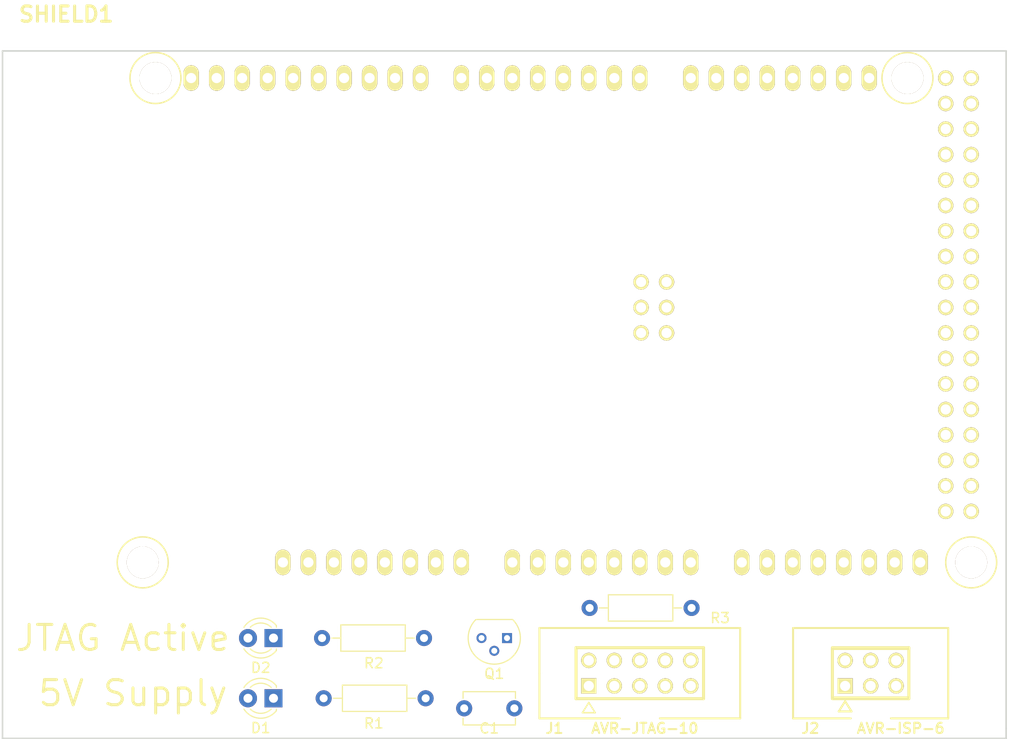
<source format=kicad_pcb>
(kicad_pcb (version 4) (host pcbnew 4.0.6)

  (general
    (links 36)
    (no_connects 36)
    (area 49.924999 46.424999 150.075001 115.075001)
    (thickness 1.6)
    (drawings 7)
    (tracks 0)
    (zones 0)
    (modules 10)
    (nets 15)
  )

  (page A4)
  (layers
    (0 F.Cu signal)
    (31 B.Cu signal)
    (32 B.Adhes user)
    (33 F.Adhes user)
    (34 B.Paste user)
    (35 F.Paste user)
    (36 B.SilkS user)
    (37 F.SilkS user)
    (38 B.Mask user)
    (39 F.Mask user)
    (40 Dwgs.User user)
    (41 Cmts.User user)
    (42 Eco1.User user)
    (43 Eco2.User user)
    (44 Edge.Cuts user)
    (45 Margin user)
    (46 B.CrtYd user)
    (47 F.CrtYd user)
    (48 B.Fab user)
    (49 F.Fab user hide)
  )

  (setup
    (last_trace_width 0.3)
    (trace_clearance 0.2032)
    (zone_clearance 0.508)
    (zone_45_only no)
    (trace_min 0.2)
    (segment_width 0.2)
    (edge_width 0.15)
    (via_size 0.6)
    (via_drill 0.4)
    (via_min_size 0.4)
    (via_min_drill 0.3)
    (uvia_size 0.3)
    (uvia_drill 0.1)
    (uvias_allowed no)
    (uvia_min_size 0.2)
    (uvia_min_drill 0.1)
    (pcb_text_width 0.3)
    (pcb_text_size 1.5 1.5)
    (mod_edge_width 0.15)
    (mod_text_size 1 1)
    (mod_text_width 0.15)
    (pad_size 1.524 1.524)
    (pad_drill 0.762)
    (pad_to_mask_clearance 0.2)
    (aux_axis_origin 0 0)
    (grid_origin 50 100)
    (visible_elements 7FFFFFFF)
    (pcbplotparams
      (layerselection 0x00030_80000001)
      (usegerberextensions false)
      (excludeedgelayer true)
      (linewidth 0.150000)
      (plotframeref false)
      (viasonmask false)
      (mode 1)
      (useauxorigin false)
      (hpglpennumber 1)
      (hpglpenspeed 20)
      (hpglpendiameter 15)
      (hpglpenoverlay 2)
      (psnegative false)
      (psa4output false)
      (plotreference true)
      (plotvalue true)
      (plotinvisibletext false)
      (padsonsilk false)
      (subtractmaskfromsilk false)
      (outputformat 1)
      (mirror false)
      (drillshape 1)
      (scaleselection 1)
      (outputdirectory ""))
  )

  (net 0 "")
  (net 1 GND)
  (net 2 "Net-(Q1-Pad3)")
  (net 3 /TDI)
  (net 4 /TDO)
  (net 5 /TMS)
  (net 6 /TCK)
  (net 7 /RESET)
  (net 8 +5V)
  (net 9 "Net-(D1-Pad1)")
  (net 10 "Net-(D2-Pad1)")
  (net 11 /MISO)
  (net 12 /SCK)
  (net 13 /MOSI)
  (net 14 "Net-(Q1-Pad1)")

  (net_class Default "This is the default net class."
    (clearance 0.2032)
    (trace_width 0.3)
    (via_dia 0.6)
    (via_drill 0.4)
    (uvia_dia 0.3)
    (uvia_drill 0.1)
    (add_net +5V)
    (add_net /MISO)
    (add_net /MOSI)
    (add_net /RESET)
    (add_net /SCK)
    (add_net /TCK)
    (add_net /TDI)
    (add_net /TDO)
    (add_net /TMS)
    (add_net GND)
    (add_net "Net-(D1-Pad1)")
    (add_net "Net-(D2-Pad1)")
    (add_net "Net-(Q1-Pad1)")
    (add_net "Net-(Q1-Pad3)")
  )

  (module TO_SOT_Packages_THT:TO-92_Molded_Narrow (layer F.Cu) (tedit 58610942) (tstamp 5A7C67B1)
    (at 100.27 105 180)
    (descr "TO-92 leads molded, narrow, drill 0.6mm (see NXP sot054_po.pdf)")
    (tags "to-92 sc-43 sc-43a sot54 PA33 transistor")
    (path /5A7C2FF8)
    (fp_text reference Q1 (at 1.27 -3.556 180) (layer F.SilkS)
      (effects (font (size 1 1) (thickness 0.15)))
    )
    (fp_text value BF245A (at 1.27 2.794 180) (layer F.Fab)
      (effects (font (size 1 1) (thickness 0.15)))
    )
    (fp_line (start -1.65 -2.9) (end 4.15 -2.9) (layer F.CrtYd) (width 0.05))
    (fp_line (start 4.15 -2.9) (end 4.15 2.2) (layer F.CrtYd) (width 0.05))
    (fp_line (start 4.15 2.2) (end -1.65 2.2) (layer F.CrtYd) (width 0.05))
    (fp_line (start -1.65 2.2) (end -1.65 -2.9) (layer F.CrtYd) (width 0.05))
    (fp_line (start -0.53 1.85) (end 3.07 1.85) (layer F.SilkS) (width 0.12))
    (fp_line (start -0.5 1.75) (end 3 1.75) (layer F.Fab) (width 0.1))
    (fp_arc (start 1.27 0) (end 1.27 -2.48) (angle 135) (layer F.Fab) (width 0.1))
    (fp_arc (start 1.27 0) (end 1.27 -2.6) (angle -135) (layer F.SilkS) (width 0.12))
    (fp_arc (start 1.27 0) (end 1.27 -2.48) (angle -135) (layer F.Fab) (width 0.1))
    (fp_arc (start 1.27 0) (end 1.27 -2.6) (angle 135) (layer F.SilkS) (width 0.12))
    (pad 2 thru_hole circle (at 1.27 -1.27 270) (size 1 1) (drill 0.6) (layers *.Cu *.Mask)
      (net 1 GND))
    (pad 3 thru_hole circle (at 2.54 0 270) (size 1 1) (drill 0.6) (layers *.Cu *.Mask)
      (net 2 "Net-(Q1-Pad3)"))
    (pad 1 thru_hole rect (at 0 0 270) (size 1 1) (drill 0.6) (layers *.Cu *.Mask)
      (net 14 "Net-(Q1-Pad1)"))
    (model TO_SOT_Packages_THT.3dshapes/TO-92_Molded_Narrow.wrl
      (at (xyz 0.05 0 0))
      (scale (xyz 1 1 1))
      (rotate (xyz 0 0 -90))
    )
  )

  (module LEDs:LED_D3.0mm (layer F.Cu) (tedit 5A7DE895) (tstamp 5A7C9B7D)
    (at 77 111 180)
    (descr "LED, diameter 3.0mm, 2 pins")
    (tags "LED diameter 3.0mm 2 pins")
    (path /5A7C2D45)
    (fp_text reference D1 (at 1.27 -2.96 180) (layer F.SilkS)
      (effects (font (size 1 1) (thickness 0.15)))
    )
    (fp_text value LED (at 1 1.5 180) (layer F.Fab)
      (effects (font (size 1 1) (thickness 0.15)))
    )
    (fp_arc (start 1.27 0) (end -0.23 -1.16619) (angle 284.3) (layer F.Fab) (width 0.1))
    (fp_arc (start 1.27 0) (end -0.29 -1.235516) (angle 108.8) (layer F.SilkS) (width 0.12))
    (fp_arc (start 1.27 0) (end -0.29 1.235516) (angle -108.8) (layer F.SilkS) (width 0.12))
    (fp_arc (start 1.27 0) (end 0.229039 -1.08) (angle 87.9) (layer F.SilkS) (width 0.12))
    (fp_arc (start 1.27 0) (end 0.229039 1.08) (angle -87.9) (layer F.SilkS) (width 0.12))
    (fp_circle (center 1.27 0) (end 2.77 0) (layer F.Fab) (width 0.1))
    (fp_line (start -0.23 -1.16619) (end -0.23 1.16619) (layer F.Fab) (width 0.1))
    (fp_line (start -0.29 -1.236) (end -0.29 -1.08) (layer F.SilkS) (width 0.12))
    (fp_line (start -0.29 1.08) (end -0.29 1.236) (layer F.SilkS) (width 0.12))
    (fp_line (start -1.15 -2.25) (end -1.15 2.25) (layer F.CrtYd) (width 0.05))
    (fp_line (start -1.15 2.25) (end 3.7 2.25) (layer F.CrtYd) (width 0.05))
    (fp_line (start 3.7 2.25) (end 3.7 -2.25) (layer F.CrtYd) (width 0.05))
    (fp_line (start 3.7 -2.25) (end -1.15 -2.25) (layer F.CrtYd) (width 0.05))
    (pad 1 thru_hole rect (at 0 0 180) (size 1.8 1.8) (drill 0.9) (layers *.Cu *.Mask)
      (net 9 "Net-(D1-Pad1)"))
    (pad 2 thru_hole circle (at 2.54 0 180) (size 1.8 1.8) (drill 0.9) (layers *.Cu *.Mask)
      (net 8 +5V))
    (model LEDs.3dshapes/LED_D3.0mm.wrl
      (at (xyz 0 0 0))
      (scale (xyz 0.393701 0.393701 0.393701))
      (rotate (xyz 0 0 0))
    )
  )

  (module LEDs:LED_D3.0mm (layer F.Cu) (tedit 5A7DE898) (tstamp 5A7C9B83)
    (at 77 105 180)
    (descr "LED, diameter 3.0mm, 2 pins")
    (tags "LED diameter 3.0mm 2 pins")
    (path /5A7C31C1)
    (fp_text reference D2 (at 1.27 -2.96 180) (layer F.SilkS)
      (effects (font (size 1 1) (thickness 0.15)))
    )
    (fp_text value LED (at 1 1.5 180) (layer F.Fab)
      (effects (font (size 1 1) (thickness 0.15)))
    )
    (fp_arc (start 1.27 0) (end -0.23 -1.16619) (angle 284.3) (layer F.Fab) (width 0.1))
    (fp_arc (start 1.27 0) (end -0.29 -1.235516) (angle 108.8) (layer F.SilkS) (width 0.12))
    (fp_arc (start 1.27 0) (end -0.29 1.235516) (angle -108.8) (layer F.SilkS) (width 0.12))
    (fp_arc (start 1.27 0) (end 0.229039 -1.08) (angle 87.9) (layer F.SilkS) (width 0.12))
    (fp_arc (start 1.27 0) (end 0.229039 1.08) (angle -87.9) (layer F.SilkS) (width 0.12))
    (fp_circle (center 1.27 0) (end 2.77 0) (layer F.Fab) (width 0.1))
    (fp_line (start -0.23 -1.16619) (end -0.23 1.16619) (layer F.Fab) (width 0.1))
    (fp_line (start -0.29 -1.236) (end -0.29 -1.08) (layer F.SilkS) (width 0.12))
    (fp_line (start -0.29 1.08) (end -0.29 1.236) (layer F.SilkS) (width 0.12))
    (fp_line (start -1.15 -2.25) (end -1.15 2.25) (layer F.CrtYd) (width 0.05))
    (fp_line (start -1.15 2.25) (end 3.7 2.25) (layer F.CrtYd) (width 0.05))
    (fp_line (start 3.7 2.25) (end 3.7 -2.25) (layer F.CrtYd) (width 0.05))
    (fp_line (start 3.7 -2.25) (end -1.15 -2.25) (layer F.CrtYd) (width 0.05))
    (pad 1 thru_hole rect (at 0 0 180) (size 1.8 1.8) (drill 0.9) (layers *.Cu *.Mask)
      (net 10 "Net-(D2-Pad1)"))
    (pad 2 thru_hole circle (at 2.54 0 180) (size 1.8 1.8) (drill 0.9) (layers *.Cu *.Mask)
      (net 8 +5V))
    (model LEDs.3dshapes/LED_D3.0mm.wrl
      (at (xyz 0 0 0))
      (scale (xyz 0.393701 0.393701 0.393701))
      (rotate (xyz 0 0 0))
    )
  )

  (module Resistors_THT:R_Axial_DIN0207_L6.3mm_D2.5mm_P10.16mm_Horizontal (layer F.Cu) (tedit 5A7DE8D0) (tstamp 5A7C9B89)
    (at 82 111)
    (descr "Resistor, Axial_DIN0207 series, Axial, Horizontal, pin pitch=10.16mm, 0.25W = 1/4W, length*diameter=6.3*2.5mm^2, http://cdn-reichelt.de/documents/datenblatt/B400/1_4W%23YAG.pdf")
    (tags "Resistor Axial_DIN0207 series Axial Horizontal pin pitch 10.16mm 0.25W = 1/4W length 6.3mm diameter 2.5mm")
    (path /5A7C2D8A)
    (fp_text reference R1 (at 5 2.5) (layer F.SilkS)
      (effects (font (size 1 1) (thickness 0.15)))
    )
    (fp_text value 470R (at 5 0) (layer F.Fab)
      (effects (font (size 1 1) (thickness 0.15)))
    )
    (fp_line (start 1.93 -1.25) (end 1.93 1.25) (layer F.Fab) (width 0.1))
    (fp_line (start 1.93 1.25) (end 8.23 1.25) (layer F.Fab) (width 0.1))
    (fp_line (start 8.23 1.25) (end 8.23 -1.25) (layer F.Fab) (width 0.1))
    (fp_line (start 8.23 -1.25) (end 1.93 -1.25) (layer F.Fab) (width 0.1))
    (fp_line (start 0 0) (end 1.93 0) (layer F.Fab) (width 0.1))
    (fp_line (start 10.16 0) (end 8.23 0) (layer F.Fab) (width 0.1))
    (fp_line (start 1.87 -1.31) (end 1.87 1.31) (layer F.SilkS) (width 0.12))
    (fp_line (start 1.87 1.31) (end 8.29 1.31) (layer F.SilkS) (width 0.12))
    (fp_line (start 8.29 1.31) (end 8.29 -1.31) (layer F.SilkS) (width 0.12))
    (fp_line (start 8.29 -1.31) (end 1.87 -1.31) (layer F.SilkS) (width 0.12))
    (fp_line (start 0.98 0) (end 1.87 0) (layer F.SilkS) (width 0.12))
    (fp_line (start 9.18 0) (end 8.29 0) (layer F.SilkS) (width 0.12))
    (fp_line (start -1.05 -1.6) (end -1.05 1.6) (layer F.CrtYd) (width 0.05))
    (fp_line (start -1.05 1.6) (end 11.25 1.6) (layer F.CrtYd) (width 0.05))
    (fp_line (start 11.25 1.6) (end 11.25 -1.6) (layer F.CrtYd) (width 0.05))
    (fp_line (start 11.25 -1.6) (end -1.05 -1.6) (layer F.CrtYd) (width 0.05))
    (pad 1 thru_hole circle (at 0 0) (size 1.6 1.6) (drill 0.8) (layers *.Cu *.Mask)
      (net 9 "Net-(D1-Pad1)"))
    (pad 2 thru_hole oval (at 10.16 0) (size 1.6 1.6) (drill 0.8) (layers *.Cu *.Mask)
      (net 1 GND))
    (model Resistors_THT.3dshapes/R_Axial_DIN0207_L6.3mm_D2.5mm_P10.16mm_Horizontal.wrl
      (at (xyz 0 0 0))
      (scale (xyz 0.393701 0.393701 0.393701))
      (rotate (xyz 0 0 0))
    )
  )

  (module Resistors_THT:R_Axial_DIN0207_L6.3mm_D2.5mm_P10.16mm_Horizontal (layer F.Cu) (tedit 5A7DE8D2) (tstamp 5A7C9B8F)
    (at 81.84 105)
    (descr "Resistor, Axial_DIN0207 series, Axial, Horizontal, pin pitch=10.16mm, 0.25W = 1/4W, length*diameter=6.3*2.5mm^2, http://cdn-reichelt.de/documents/datenblatt/B400/1_4W%23YAG.pdf")
    (tags "Resistor Axial_DIN0207 series Axial Horizontal pin pitch 10.16mm 0.25W = 1/4W length 6.3mm diameter 2.5mm")
    (path /5A7C31C7)
    (fp_text reference R2 (at 5.16 2.5) (layer F.SilkS)
      (effects (font (size 1 1) (thickness 0.15)))
    )
    (fp_text value 470R (at 5.16 0) (layer F.Fab)
      (effects (font (size 1 1) (thickness 0.15)))
    )
    (fp_line (start 1.93 -1.25) (end 1.93 1.25) (layer F.Fab) (width 0.1))
    (fp_line (start 1.93 1.25) (end 8.23 1.25) (layer F.Fab) (width 0.1))
    (fp_line (start 8.23 1.25) (end 8.23 -1.25) (layer F.Fab) (width 0.1))
    (fp_line (start 8.23 -1.25) (end 1.93 -1.25) (layer F.Fab) (width 0.1))
    (fp_line (start 0 0) (end 1.93 0) (layer F.Fab) (width 0.1))
    (fp_line (start 10.16 0) (end 8.23 0) (layer F.Fab) (width 0.1))
    (fp_line (start 1.87 -1.31) (end 1.87 1.31) (layer F.SilkS) (width 0.12))
    (fp_line (start 1.87 1.31) (end 8.29 1.31) (layer F.SilkS) (width 0.12))
    (fp_line (start 8.29 1.31) (end 8.29 -1.31) (layer F.SilkS) (width 0.12))
    (fp_line (start 8.29 -1.31) (end 1.87 -1.31) (layer F.SilkS) (width 0.12))
    (fp_line (start 0.98 0) (end 1.87 0) (layer F.SilkS) (width 0.12))
    (fp_line (start 9.18 0) (end 8.29 0) (layer F.SilkS) (width 0.12))
    (fp_line (start -1.05 -1.6) (end -1.05 1.6) (layer F.CrtYd) (width 0.05))
    (fp_line (start -1.05 1.6) (end 11.25 1.6) (layer F.CrtYd) (width 0.05))
    (fp_line (start 11.25 1.6) (end 11.25 -1.6) (layer F.CrtYd) (width 0.05))
    (fp_line (start 11.25 -1.6) (end -1.05 -1.6) (layer F.CrtYd) (width 0.05))
    (pad 1 thru_hole circle (at 0 0) (size 1.6 1.6) (drill 0.8) (layers *.Cu *.Mask)
      (net 10 "Net-(D2-Pad1)"))
    (pad 2 thru_hole oval (at 10.16 0) (size 1.6 1.6) (drill 0.8) (layers *.Cu *.Mask)
      (net 2 "Net-(Q1-Pad3)"))
    (model Resistors_THT.3dshapes/R_Axial_DIN0207_L6.3mm_D2.5mm_P10.16mm_Horizontal.wrl
      (at (xyz 0 0 0))
      (scale (xyz 0.393701 0.393701 0.393701))
      (rotate (xyz 0 0 0))
    )
  )

  (module rmc_modules:PIN_ARRAY_5x2_RMC (layer F.Cu) (tedit 5A7DE85E) (tstamp 5A7CD255)
    (at 113.5 108.5)
    (descr "Double rangee de contacts 2 x 5 pins")
    (tags CONN)
    (path /5A7C48BE)
    (fp_text reference J1 (at -8.5 5.5) (layer F.SilkS)
      (effects (font (size 1.016 1.016) (thickness 0.2032)))
    )
    (fp_text value AVR-JTAG-10 (at 0.5 5.5) (layer F.SilkS)
      (effects (font (size 1.016 1.016) (thickness 0.2032)))
    )
    (fp_line (start -5.08 2.921) (end -5.715 3.937) (layer F.SilkS) (width 0.15))
    (fp_line (start -5.715 3.937) (end -4.445 3.937) (layer F.SilkS) (width 0.15))
    (fp_line (start -4.445 3.937) (end -5.08 2.921) (layer F.SilkS) (width 0.15))
    (fp_line (start 1.99898 4.50088) (end 9.99998 4.50088) (layer F.SilkS) (width 0.2032))
    (fp_line (start 9.99998 4.50088) (end 9.99998 -4.50088) (layer F.SilkS) (width 0.2032))
    (fp_line (start 9.99998 -4.50088) (end -9.99998 -4.50088) (layer F.SilkS) (width 0.2032))
    (fp_line (start -9.99998 -4.50088) (end -9.99998 0) (layer F.SilkS) (width 0.2032))
    (fp_line (start -9.99998 0) (end -9.99998 4.50088) (layer F.SilkS) (width 0.2032))
    (fp_line (start -9.99998 4.50088) (end -1.99898 4.50088) (layer F.SilkS) (width 0.2032))
    (fp_line (start -6.35 -2.54) (end 6.35 -2.54) (layer F.SilkS) (width 0.3048))
    (fp_line (start 6.35 -2.54) (end 6.35 2.54) (layer F.SilkS) (width 0.3048))
    (fp_line (start 6.35 2.54) (end -6.35 2.54) (layer F.SilkS) (width 0.3048))
    (fp_line (start -6.35 2.54) (end -6.35 -2.54) (layer F.SilkS) (width 0.3048))
    (pad 1 thru_hole rect (at -5.08 1.27) (size 1.524 1.524) (drill 1.016) (layers *.Cu *.Mask F.SilkS)
      (net 6 /TCK))
    (pad 2 thru_hole circle (at -5.08 -1.27) (size 1.524 1.524) (drill 1.016) (layers *.Cu *.Mask F.SilkS)
      (net 1 GND))
    (pad 3 thru_hole circle (at -2.54 1.27) (size 1.524 1.524) (drill 1.016) (layers *.Cu *.Mask F.SilkS)
      (net 4 /TDO))
    (pad 4 thru_hole circle (at -2.54 -1.27) (size 1.524 1.524) (drill 1.016) (layers *.Cu *.Mask F.SilkS)
      (net 8 +5V))
    (pad 5 thru_hole circle (at 0 1.27) (size 1.524 1.524) (drill 1.016) (layers *.Cu *.Mask F.SilkS)
      (net 5 /TMS))
    (pad 6 thru_hole circle (at 0 -1.27) (size 1.524 1.524) (drill 1.016) (layers *.Cu *.Mask F.SilkS)
      (net 7 /RESET))
    (pad 7 thru_hole circle (at 2.54 1.27) (size 1.524 1.524) (drill 1.016) (layers *.Cu *.Mask F.SilkS)
      (net 8 +5V))
    (pad 8 thru_hole circle (at 2.54 -1.27) (size 1.524 1.524) (drill 1.016) (layers *.Cu *.Mask F.SilkS)
      (net 7 /RESET))
    (pad 9 thru_hole circle (at 5.08 1.27) (size 1.524 1.524) (drill 1.016) (layers *.Cu *.Mask F.SilkS)
      (net 3 /TDI))
    (pad 10 thru_hole circle (at 5.08 -1.27) (size 1.524 1.524) (drill 1.016) (layers *.Cu *.Mask F.SilkS)
      (net 1 GND))
    (model walter\conn_strip\vasch_strip_5x2.wrl
      (at (xyz 0 0 0))
      (scale (xyz 1 1 1))
      (rotate (xyz 0 0 0))
    )
  )

  (module rmc_modules:pin_array_3x2_RMC (layer F.Cu) (tedit 5A7DE863) (tstamp 5A7CD26F)
    (at 136.5 108.5)
    (descr "Double rangee de contacts 2 x 4 pins")
    (tags CONN)
    (path /5A7C47BA)
    (fp_text reference J2 (at -6 5.5) (layer F.SilkS)
      (effects (font (size 1.016 1.016) (thickness 0.2032)))
    )
    (fp_text value AVR-ISP-6 (at 3 5.5) (layer F.SilkS)
      (effects (font (size 1.016 1.016) (thickness 0.2032)))
    )
    (fp_line (start -6.25 -3) (end 6.25 -3) (layer F.Fab) (width 0.2))
    (fp_line (start 6.25 -3) (end 6.25 3) (layer F.Fab) (width 0.2))
    (fp_line (start 6.25 3) (end -6.25 3) (layer F.Fab) (width 0.2))
    (fp_line (start -6.25 3) (end -6.25 -3) (layer F.Fab) (width 0.2))
    (fp_line (start -3.175 3.81) (end -2.54 2.794) (layer F.SilkS) (width 0.2032))
    (fp_line (start -2.54 2.794) (end -1.905 3.81) (layer F.SilkS) (width 0.2032))
    (fp_line (start -3.175 3.81) (end -1.905 3.81) (layer F.SilkS) (width 0.2032))
    (fp_line (start 7.72 4.5) (end 2.02 4.5) (layer F.SilkS) (width 0.2032))
    (fp_line (start -7.73 4.5) (end -1.98 4.5) (layer F.SilkS) (width 0.2032))
    (fp_line (start 7.72 -4.5) (end -7.73 -4.5) (layer F.SilkS) (width 0.2032))
    (fp_line (start -3.73 2.5) (end 3.77 2.5) (layer F.SilkS) (width 0.381))
    (fp_line (start 3.77 -2.5) (end -3.73 -2.5) (layer F.SilkS) (width 0.381))
    (fp_line (start -7.72922 4.50088) (end -7.72922 -4.50088) (layer F.SilkS) (width 0.2032))
    (fp_line (start 7.72922 -4.50088) (end 7.72922 4.50088) (layer F.SilkS) (width 0.2032))
    (fp_line (start 3.81 -2.54) (end 3.81 2.54) (layer F.SilkS) (width 0.3048))
    (fp_line (start -3.81 2.54) (end -3.81 -2.54) (layer F.SilkS) (width 0.3048))
    (pad 1 thru_hole rect (at -2.54 1.27) (size 1.524 1.524) (drill 1.016) (layers *.Cu *.Mask F.SilkS)
      (net 11 /MISO))
    (pad 2 thru_hole circle (at -2.54 -1.27) (size 1.524 1.524) (drill 1.016) (layers *.Cu *.Mask F.SilkS)
      (net 8 +5V))
    (pad 3 thru_hole circle (at 0 1.27) (size 1.524 1.524) (drill 1.016) (layers *.Cu *.Mask F.SilkS)
      (net 12 /SCK))
    (pad 4 thru_hole circle (at 0 -1.27) (size 1.524 1.524) (drill 1.016) (layers *.Cu *.Mask F.SilkS)
      (net 13 /MOSI))
    (pad 5 thru_hole circle (at 2.54 1.27) (size 1.524 1.524) (drill 1.016) (layers *.Cu *.Mask F.SilkS)
      (net 7 /RESET))
    (pad 6 thru_hole circle (at 2.54 -1.27) (size 1.524 1.524) (drill 1.016) (layers *.Cu *.Mask F.SilkS)
      (net 1 GND))
    (model walter/pin_strip/pin_strip_3x2.wrl
      (at (xyz 0 0 0))
      (scale (xyz 1 1 1))
      (rotate (xyz 0 0 0))
    )
  )

  (module rmc_modules:ARDUINO_MEGA_DUE_SHIELD_FOOTPRINT_RMC (layer F.Cu) (tedit 52CCAF13) (tstamp 5A7D1545)
    (at 50 100)
    (path /5A7C112D)
    (fp_text reference SHIELD1 (at 6.35 -57.15) (layer F.SilkS)
      (effects (font (thickness 0.3048)))
    )
    (fp_text value ARDUINO_MEGA_SHIELD (at 13.97 -54.61) (layer F.SilkS) hide
      (effects (font (thickness 0.3048)))
    )
    (fp_circle (center 13.97 -2.54) (end 16.51 -2.54) (layer F.SilkS) (width 0.15))
    (fp_circle (center 96.52 -2.54) (end 99.06 -2.54) (layer F.SilkS) (width 0.15))
    (fp_circle (center 90.17 -50.8) (end 92.71 -50.8) (layer F.SilkS) (width 0.15))
    (fp_circle (center 15.24 -50.8) (end 17.78 -50.8) (layer F.SilkS) (width 0.15))
    (fp_line (start 62.357 -31.75) (end 62.357 -24.13) (layer Dwgs.User) (width 0.127))
    (fp_line (start 62.357 -24.13) (end 67.437 -24.13) (layer Dwgs.User) (width 0.127))
    (fp_line (start 67.437 -24.13) (end 67.437 -31.75) (layer Dwgs.User) (width 0.127))
    (fp_line (start 67.437 -31.75) (end 62.357 -31.75) (layer Dwgs.User) (width 0.127))
    (fp_line (start 99.06 0) (end 0 0) (layer Dwgs.User) (width 0.381))
    (fp_line (start 97.79 -53.34) (end 0 -53.34) (layer Dwgs.User) (width 0.381))
    (fp_line (start 99.06 -40.64) (end 99.06 -52.07) (layer Dwgs.User) (width 0.381))
    (fp_line (start 99.06 -52.07) (end 97.79 -53.34) (layer Dwgs.User) (width 0.381))
    (fp_line (start 0 0) (end 0 -53.34) (layer Dwgs.User) (width 0.381))
    (fp_line (start 99.06 -40.64) (end 101.6 -38.1) (layer Dwgs.User) (width 0.381))
    (fp_line (start 101.6 -38.1) (end 101.6 -5.08) (layer Dwgs.User) (width 0.381))
    (fp_line (start 101.6 -5.08) (end 99.06 -2.54) (layer Dwgs.User) (width 0.381))
    (fp_line (start 99.06 -2.54) (end 99.06 0) (layer Dwgs.User) (width 0.381))
    (pad 14 thru_hole oval (at 68.58 -50.8 90) (size 2.54 1.524) (drill 1.016) (layers *.Cu *.Mask F.SilkS))
    (pad 15 thru_hole oval (at 71.12 -50.8 90) (size 2.54 1.524) (drill 1.016) (layers *.Cu *.Mask F.SilkS))
    (pad 16 thru_hole oval (at 73.66 -50.8 90) (size 2.54 1.524) (drill 1.016) (layers *.Cu *.Mask F.SilkS))
    (pad 17 thru_hole oval (at 76.2 -50.8 90) (size 2.54 1.524) (drill 1.016) (layers *.Cu *.Mask F.SilkS))
    (pad 18 thru_hole oval (at 78.74 -50.8 90) (size 2.54 1.524) (drill 1.016) (layers *.Cu *.Mask F.SilkS))
    (pad 19 thru_hole oval (at 81.28 -50.8 90) (size 2.54 1.524) (drill 1.016) (layers *.Cu *.Mask F.SilkS))
    (pad 20 thru_hole oval (at 83.82 -50.8 90) (size 2.54 1.524) (drill 1.016) (layers *.Cu *.Mask F.SilkS))
    (pad 21 thru_hole oval (at 86.36 -50.8 90) (size 2.54 1.524) (drill 1.016) (layers *.Cu *.Mask F.SilkS))
    (pad AD15 thru_hole oval (at 91.44 -2.54 90) (size 2.54 1.524) (drill 1.016) (layers *.Cu *.Mask F.SilkS))
    (pad AD14 thru_hole oval (at 88.9 -2.54 90) (size 2.54 1.524) (drill 1.016) (layers *.Cu *.Mask F.SilkS))
    (pad AD13 thru_hole oval (at 86.36 -2.54 90) (size 2.54 1.524) (drill 1.016) (layers *.Cu *.Mask F.SilkS))
    (pad AD12 thru_hole oval (at 83.82 -2.54 90) (size 2.54 1.524) (drill 1.016) (layers *.Cu *.Mask F.SilkS))
    (pad AD8 thru_hole oval (at 73.66 -2.54 90) (size 2.54 1.524) (drill 1.016) (layers *.Cu *.Mask F.SilkS))
    (pad AD7 thru_hole oval (at 68.58 -2.54 90) (size 2.54 1.524) (drill 1.016) (layers *.Cu *.Mask F.SilkS)
      (net 3 /TDI))
    (pad AD6 thru_hole oval (at 66.04 -2.54 90) (size 2.54 1.524) (drill 1.016) (layers *.Cu *.Mask F.SilkS)
      (net 4 /TDO))
    (pad AD9 thru_hole oval (at 76.2 -2.54 90) (size 2.54 1.524) (drill 1.016) (layers *.Cu *.Mask F.SilkS))
    (pad AD10 thru_hole oval (at 78.74 -2.54 90) (size 2.54 1.524) (drill 1.016) (layers *.Cu *.Mask F.SilkS))
    (pad AD11 thru_hole oval (at 81.28 -2.54 90) (size 2.54 1.524) (drill 1.016) (layers *.Cu *.Mask F.SilkS))
    (pad AD5 thru_hole oval (at 63.5 -2.54 90) (size 2.54 1.524) (drill 1.016) (layers *.Cu *.Mask F.SilkS)
      (net 5 /TMS))
    (pad AD4 thru_hole oval (at 60.96 -2.54 90) (size 2.54 1.524) (drill 1.016) (layers *.Cu *.Mask F.SilkS)
      (net 6 /TCK))
    (pad AD3 thru_hole oval (at 58.42 -2.54 90) (size 2.54 1.524) (drill 1.016) (layers *.Cu *.Mask F.SilkS))
    (pad AD0 thru_hole oval (at 50.8 -2.54 90) (size 2.54 1.524) (drill 1.016) (layers *.Cu *.Mask F.SilkS))
    (pad AD1 thru_hole oval (at 53.34 -2.54 90) (size 2.54 1.524) (drill 1.016) (layers *.Cu *.Mask F.SilkS))
    (pad AD2 thru_hole oval (at 55.88 -2.54 90) (size 2.54 1.524) (drill 1.016) (layers *.Cu *.Mask F.SilkS))
    (pad V_IN thru_hole oval (at 45.72 -2.54 90) (size 2.54 1.524) (drill 1.016) (layers *.Cu *.Mask F.SilkS))
    (pad GND thru_hole oval (at 43.18 -2.54 90) (size 2.54 1.524) (drill 1.016) (layers *.Cu *.Mask F.SilkS)
      (net 1 GND))
    (pad GND thru_hole oval (at 40.64 -2.54 90) (size 2.54 1.524) (drill 1.016) (layers *.Cu *.Mask F.SilkS)
      (net 1 GND))
    (pad 3V3 thru_hole oval (at 35.56 -2.54 90) (size 2.54 1.524) (drill 1.016) (layers *.Cu *.Mask F.SilkS))
    (pad RST thru_hole oval (at 33.02 -2.54 90) (size 2.54 1.524) (drill 1.016) (layers *.Cu *.Mask F.SilkS)
      (net 7 /RESET))
    (pad 0 thru_hole oval (at 63.5 -50.8 90) (size 2.54 1.524) (drill 1.016) (layers *.Cu *.Mask F.SilkS))
    (pad 1 thru_hole oval (at 60.96 -50.8 90) (size 2.54 1.524) (drill 1.016) (layers *.Cu *.Mask F.SilkS))
    (pad 2 thru_hole oval (at 58.42 -50.8 90) (size 2.54 1.524) (drill 1.016) (layers *.Cu *.Mask F.SilkS))
    (pad 3 thru_hole oval (at 55.88 -50.8 90) (size 2.54 1.524) (drill 1.016) (layers *.Cu *.Mask F.SilkS))
    (pad 4 thru_hole oval (at 53.34 -50.8 90) (size 2.54 1.524) (drill 1.016) (layers *.Cu *.Mask F.SilkS))
    (pad 5 thru_hole oval (at 50.8 -50.8 90) (size 2.54 1.524) (drill 1.016) (layers *.Cu *.Mask F.SilkS))
    (pad 6 thru_hole oval (at 48.26 -50.8 90) (size 2.54 1.524) (drill 1.016) (layers *.Cu *.Mask F.SilkS))
    (pad 7 thru_hole oval (at 45.72 -50.8 90) (size 2.54 1.524) (drill 1.016) (layers *.Cu *.Mask F.SilkS))
    (pad 8 thru_hole oval (at 41.656 -50.8 90) (size 2.54 1.524) (drill 1.016) (layers *.Cu *.Mask F.SilkS))
    (pad 9 thru_hole oval (at 39.116 -50.8 90) (size 2.54 1.524) (drill 1.016) (layers *.Cu *.Mask F.SilkS))
    (pad 10 thru_hole oval (at 36.576 -50.8 90) (size 2.54 1.524) (drill 1.016) (layers *.Cu *.Mask F.SilkS))
    (pad 11 thru_hole oval (at 34.036 -50.8 90) (size 2.54 1.524) (drill 1.016) (layers *.Cu *.Mask F.SilkS))
    (pad 12 thru_hole oval (at 31.496 -50.8 90) (size 2.54 1.524) (drill 1.016) (layers *.Cu *.Mask F.SilkS))
    (pad 13 thru_hole oval (at 28.956 -50.8 90) (size 2.54 1.524) (drill 1.016) (layers *.Cu *.Mask F.SilkS))
    (pad GND thru_hole oval (at 26.416 -50.8 90) (size 2.54 1.524) (drill 1.016) (layers *.Cu *.Mask F.SilkS)
      (net 1 GND))
    (pad AREF thru_hole oval (at 23.876 -50.8 90) (size 2.54 1.524) (drill 1.016) (layers *.Cu *.Mask F.SilkS))
    (pad 5V thru_hole oval (at 38.1 -2.54 90) (size 2.54 1.524) (drill 1.016) (layers *.Cu *.Mask F.SilkS)
      (net 8 +5V))
    (pad "" thru_hole circle (at 96.52 -2.54 90) (size 3.175 3.175) (drill 3.175) (layers *.Cu *.Mask F.SilkS))
    (pad "" thru_hole circle (at 90.17 -50.8 90) (size 3.175 3.175) (drill 3.175) (layers *.Cu *.Mask F.SilkS))
    (pad "" thru_hole circle (at 15.24 -50.8 90) (size 3.175 3.175) (drill 3.175) (layers *.Cu *.Mask F.SilkS))
    (pad "" thru_hole circle (at 13.97 -2.54 90) (size 3.175 3.175) (drill 3.175) (layers *.Cu *.Mask F.SilkS))
    (pad 22 thru_hole circle (at 93.98 -48.26) (size 1.524 1.524) (drill 1.016) (layers *.Cu *.Mask F.SilkS))
    (pad 23 thru_hole circle (at 96.52 -48.26) (size 1.524 1.524) (drill 1.016) (layers *.Cu *.Mask F.SilkS))
    (pad 24 thru_hole circle (at 93.98 -45.72) (size 1.524 1.524) (drill 1.016) (layers *.Cu *.Mask F.SilkS))
    (pad 25 thru_hole circle (at 96.52 -45.72) (size 1.524 1.524) (drill 1.016) (layers *.Cu *.Mask F.SilkS))
    (pad 26 thru_hole circle (at 93.98 -43.18) (size 1.524 1.524) (drill 1.016) (layers *.Cu *.Mask F.SilkS))
    (pad 27 thru_hole circle (at 96.52 -43.18) (size 1.524 1.524) (drill 1.016) (layers *.Cu *.Mask F.SilkS))
    (pad 28 thru_hole circle (at 93.98 -40.64) (size 1.524 1.524) (drill 1.016) (layers *.Cu *.Mask F.SilkS))
    (pad 29 thru_hole circle (at 96.52 -40.64) (size 1.524 1.524) (drill 1.016) (layers *.Cu *.Mask F.SilkS))
    (pad 5V_4 thru_hole circle (at 93.98 -50.8) (size 1.524 1.524) (drill 1.016) (layers *.Cu *.Mask F.SilkS)
      (net 8 +5V))
    (pad 5V_5 thru_hole circle (at 96.52 -50.8) (size 1.524 1.524) (drill 1.016) (layers *.Cu *.Mask F.SilkS)
      (net 8 +5V))
    (pad 31 thru_hole circle (at 96.52 -38.1) (size 1.524 1.524) (drill 1.016) (layers *.Cu *.Mask F.SilkS))
    (pad 30 thru_hole circle (at 93.98 -38.1) (size 1.524 1.524) (drill 1.016) (layers *.Cu *.Mask F.SilkS))
    (pad 32 thru_hole circle (at 93.98 -35.56) (size 1.524 1.524) (drill 1.016) (layers *.Cu *.Mask F.SilkS))
    (pad 33 thru_hole circle (at 96.52 -35.56) (size 1.524 1.524) (drill 1.016) (layers *.Cu *.Mask F.SilkS))
    (pad 34 thru_hole circle (at 93.98 -33.02) (size 1.524 1.524) (drill 1.016) (layers *.Cu *.Mask F.SilkS))
    (pad 35 thru_hole circle (at 96.52 -33.02) (size 1.524 1.524) (drill 1.016) (layers *.Cu *.Mask F.SilkS))
    (pad 36 thru_hole circle (at 93.98 -30.48) (size 1.524 1.524) (drill 1.016) (layers *.Cu *.Mask F.SilkS))
    (pad 37 thru_hole circle (at 96.52 -30.48) (size 1.524 1.524) (drill 1.016) (layers *.Cu *.Mask F.SilkS))
    (pad 38 thru_hole circle (at 93.98 -27.94) (size 1.524 1.524) (drill 1.016) (layers *.Cu *.Mask F.SilkS))
    (pad 39 thru_hole circle (at 96.52 -27.94) (size 1.524 1.524) (drill 1.016) (layers *.Cu *.Mask F.SilkS))
    (pad 40 thru_hole circle (at 93.98 -25.4) (size 1.524 1.524) (drill 1.016) (layers *.Cu *.Mask F.SilkS))
    (pad 41 thru_hole circle (at 96.52 -25.4) (size 1.524 1.524) (drill 1.016) (layers *.Cu *.Mask F.SilkS))
    (pad 42 thru_hole circle (at 93.98 -22.86) (size 1.524 1.524) (drill 1.016) (layers *.Cu *.Mask F.SilkS))
    (pad 43 thru_hole circle (at 96.52 -22.86) (size 1.524 1.524) (drill 1.016) (layers *.Cu *.Mask F.SilkS))
    (pad 44 thru_hole circle (at 93.98 -20.32) (size 1.524 1.524) (drill 1.016) (layers *.Cu *.Mask F.SilkS))
    (pad 45 thru_hole circle (at 96.52 -20.32) (size 1.524 1.524) (drill 1.016) (layers *.Cu *.Mask F.SilkS))
    (pad 46 thru_hole circle (at 93.98 -17.78) (size 1.524 1.524) (drill 1.016) (layers *.Cu *.Mask F.SilkS))
    (pad 47 thru_hole circle (at 96.52 -17.78) (size 1.524 1.524) (drill 1.016) (layers *.Cu *.Mask F.SilkS))
    (pad 48 thru_hole circle (at 93.98 -15.24) (size 1.524 1.524) (drill 1.016) (layers *.Cu *.Mask F.SilkS))
    (pad 49 thru_hole circle (at 96.52 -15.24) (size 1.524 1.524) (drill 1.016) (layers *.Cu *.Mask F.SilkS))
    (pad 50 thru_hole circle (at 93.98 -12.7) (size 1.524 1.524) (drill 1.016) (layers *.Cu *.Mask F.SilkS))
    (pad 51 thru_hole circle (at 96.52 -12.7) (size 1.524 1.524) (drill 1.016) (layers *.Cu *.Mask F.SilkS))
    (pad 52 thru_hole circle (at 93.98 -10.16) (size 1.524 1.524) (drill 1.016) (layers *.Cu *.Mask F.SilkS))
    (pad 53 thru_hole circle (at 96.52 -10.16) (size 1.524 1.524) (drill 1.016) (layers *.Cu *.Mask F.SilkS))
    (pad GND4 thru_hole circle (at 93.98 -7.62) (size 1.524 1.524) (drill 1.016) (layers *.Cu *.Mask F.SilkS)
      (net 1 GND))
    (pad GND5 thru_hole circle (at 96.52 -7.62) (size 1.524 1.524) (drill 1.016) (layers *.Cu *.Mask F.SilkS)
      (net 1 GND))
    (pad SDA1 thru_hole oval (at 21.336 -50.8 90) (size 2.54 1.524) (drill 1.016) (layers *.Cu *.Mask F.SilkS))
    (pad SCL1 thru_hole oval (at 18.796 -50.8 90) (size 2.54 1.524) (drill 1.016) (layers *.Cu *.Mask F.SilkS))
    (pad IORF thru_hole oval (at 30.48 -2.54 90) (size 2.54 1.524) (drill 1.016) (layers *.Cu *.Mask F.SilkS))
    (pad NC1 thru_hole oval (at 27.94 -2.54 90) (size 2.54 1.524) (drill 1.016) (layers *.Cu *.Mask F.SilkS))
    (pad MISO thru_hole circle (at 63.627 -30.48) (size 1.524 1.524) (drill 1.016) (layers *.Cu *.Mask F.SilkS)
      (net 11 /MISO))
    (pad SCK thru_hole circle (at 63.627 -27.94) (size 1.524 1.524) (drill 1.016) (layers *.Cu *.Mask F.SilkS)
      (net 12 /SCK))
    (pad RST2 thru_hole circle (at 63.627 -25.4) (size 1.524 1.524) (drill 1.016) (layers *.Cu *.Mask F.SilkS)
      (net 7 /RESET))
    (pad GND6 thru_hole circle (at 66.167 -25.4) (size 1.524 1.524) (drill 1.016) (layers *.Cu *.Mask F.SilkS)
      (net 1 GND))
    (pad MOSI thru_hole circle (at 66.167 -27.94) (size 1.524 1.524) (drill 1.016) (layers *.Cu *.Mask F.SilkS)
      (net 13 /MOSI))
    (pad 5V_6 thru_hole circle (at 66.167 -30.48) (size 1.524 1.524) (drill 1.016) (layers *.Cu *.Mask F.SilkS)
      (net 8 +5V))
  )

  (module Capacitors_THT:C_Disc_D5.1mm_W3.2mm_P5.00mm (layer F.Cu) (tedit 5A7DE8DB) (tstamp 5A7E1829)
    (at 101 112 180)
    (descr "C, Disc series, Radial, pin pitch=5.00mm, , diameter*width=5.1*3.2mm^2, Capacitor, http://www.vishay.com/docs/45233/krseries.pdf")
    (tags "C Disc series Radial pin pitch 5.00mm  diameter 5.1mm width 3.2mm Capacitor")
    (path /5A7D751F)
    (fp_text reference C1 (at 2.5 -2 180) (layer F.SilkS)
      (effects (font (size 1 1) (thickness 0.15)))
    )
    (fp_text value 100n (at 2.5 0.5 180) (layer F.Fab)
      (effects (font (size 1 1) (thickness 0.15)))
    )
    (fp_line (start -0.05 -1.6) (end -0.05 1.6) (layer F.Fab) (width 0.1))
    (fp_line (start -0.05 1.6) (end 5.05 1.6) (layer F.Fab) (width 0.1))
    (fp_line (start 5.05 1.6) (end 5.05 -1.6) (layer F.Fab) (width 0.1))
    (fp_line (start 5.05 -1.6) (end -0.05 -1.6) (layer F.Fab) (width 0.1))
    (fp_line (start -0.11 -1.66) (end 5.11 -1.66) (layer F.SilkS) (width 0.12))
    (fp_line (start -0.11 1.66) (end 5.11 1.66) (layer F.SilkS) (width 0.12))
    (fp_line (start -0.11 -1.66) (end -0.11 -0.996) (layer F.SilkS) (width 0.12))
    (fp_line (start -0.11 0.996) (end -0.11 1.66) (layer F.SilkS) (width 0.12))
    (fp_line (start 5.11 -1.66) (end 5.11 -0.996) (layer F.SilkS) (width 0.12))
    (fp_line (start 5.11 0.996) (end 5.11 1.66) (layer F.SilkS) (width 0.12))
    (fp_line (start -1.05 -1.95) (end -1.05 1.95) (layer F.CrtYd) (width 0.05))
    (fp_line (start -1.05 1.95) (end 6.05 1.95) (layer F.CrtYd) (width 0.05))
    (fp_line (start 6.05 1.95) (end 6.05 -1.95) (layer F.CrtYd) (width 0.05))
    (fp_line (start 6.05 -1.95) (end -1.05 -1.95) (layer F.CrtYd) (width 0.05))
    (pad 1 thru_hole circle (at 0 0 180) (size 1.6 1.6) (drill 0.8) (layers *.Cu *.Mask)
      (net 8 +5V))
    (pad 2 thru_hole circle (at 5 0 180) (size 1.6 1.6) (drill 0.8) (layers *.Cu *.Mask)
      (net 1 GND))
    (model Capacitors_THT.3dshapes/C_Disc_D5.1mm_W3.2mm_P5.00mm.wrl
      (at (xyz 0 0 0))
      (scale (xyz 0.393701 0.393701 0.393701))
      (rotate (xyz 0 0 0))
    )
  )

  (module Resistors_THT:R_Axial_DIN0207_L6.3mm_D2.5mm_P10.16mm_Horizontal (layer F.Cu) (tedit 5A7DE858) (tstamp 5A7E182F)
    (at 108.5 102)
    (descr "Resistor, Axial_DIN0207 series, Axial, Horizontal, pin pitch=10.16mm, 0.25W = 1/4W, length*diameter=6.3*2.5mm^2, http://cdn-reichelt.de/documents/datenblatt/B400/1_4W%23YAG.pdf")
    (tags "Resistor Axial_DIN0207 series Axial Horizontal pin pitch 10.16mm 0.25W = 1/4W length 6.3mm diameter 2.5mm")
    (path /5A7D692C)
    (fp_text reference R3 (at 13 1) (layer F.SilkS)
      (effects (font (size 1 1) (thickness 0.15)))
    )
    (fp_text value 47k (at 13 -0.5) (layer F.Fab)
      (effects (font (size 1 1) (thickness 0.15)))
    )
    (fp_line (start 1.93 -1.25) (end 1.93 1.25) (layer F.Fab) (width 0.1))
    (fp_line (start 1.93 1.25) (end 8.23 1.25) (layer F.Fab) (width 0.1))
    (fp_line (start 8.23 1.25) (end 8.23 -1.25) (layer F.Fab) (width 0.1))
    (fp_line (start 8.23 -1.25) (end 1.93 -1.25) (layer F.Fab) (width 0.1))
    (fp_line (start 0 0) (end 1.93 0) (layer F.Fab) (width 0.1))
    (fp_line (start 10.16 0) (end 8.23 0) (layer F.Fab) (width 0.1))
    (fp_line (start 1.87 -1.31) (end 1.87 1.31) (layer F.SilkS) (width 0.12))
    (fp_line (start 1.87 1.31) (end 8.29 1.31) (layer F.SilkS) (width 0.12))
    (fp_line (start 8.29 1.31) (end 8.29 -1.31) (layer F.SilkS) (width 0.12))
    (fp_line (start 8.29 -1.31) (end 1.87 -1.31) (layer F.SilkS) (width 0.12))
    (fp_line (start 0.98 0) (end 1.87 0) (layer F.SilkS) (width 0.12))
    (fp_line (start 9.18 0) (end 8.29 0) (layer F.SilkS) (width 0.12))
    (fp_line (start -1.05 -1.6) (end -1.05 1.6) (layer F.CrtYd) (width 0.05))
    (fp_line (start -1.05 1.6) (end 11.25 1.6) (layer F.CrtYd) (width 0.05))
    (fp_line (start 11.25 1.6) (end 11.25 -1.6) (layer F.CrtYd) (width 0.05))
    (fp_line (start 11.25 -1.6) (end -1.05 -1.6) (layer F.CrtYd) (width 0.05))
    (pad 1 thru_hole circle (at 0 0) (size 1.6 1.6) (drill 0.8) (layers *.Cu *.Mask)
      (net 14 "Net-(Q1-Pad1)"))
    (pad 2 thru_hole oval (at 10.16 0) (size 1.6 1.6) (drill 0.8) (layers *.Cu *.Mask)
      (net 3 /TDI))
    (model Resistors_THT.3dshapes/R_Axial_DIN0207_L6.3mm_D2.5mm_P10.16mm_Horizontal.wrl
      (at (xyz 0 0 0))
      (scale (xyz 0.393701 0.393701 0.393701))
      (rotate (xyz 0 0 0))
    )
  )

  (gr_line (start 50 115) (end 50 46.5) (angle 90) (layer Edge.Cuts) (width 0.15))
  (gr_line (start 150 115) (end 50 115) (angle 90) (layer Edge.Cuts) (width 0.15))
  (gr_line (start 150 114) (end 150 115) (angle 90) (layer Edge.Cuts) (width 0.15))
  (gr_line (start 150 46.5) (end 150 114) (angle 90) (layer Edge.Cuts) (width 0.15))
  (gr_line (start 50 46.5) (end 150 46.5) (angle 90) (layer Edge.Cuts) (width 0.15))
  (gr_text "JTAG Active" (at 62 105) (layer F.SilkS)
    (effects (font (size 2.5 2.5) (thickness 0.3)))
  )
  (gr_text "5V Supply" (at 63 110.5) (layer F.SilkS)
    (effects (font (size 2.5 2.5) (thickness 0.3)))
  )

)

</source>
